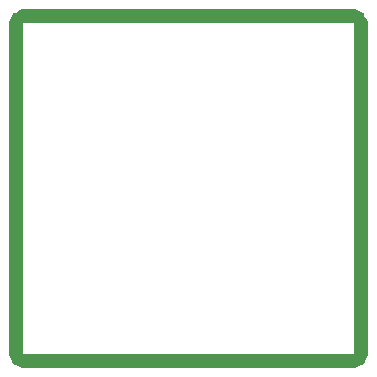
<source format=gm1>
G04*
G04 #@! TF.GenerationSoftware,Altium Limited,CircuitMaker,2.0.3 (2.0.3.51)*
G04*
G04 Layer_Color=16740166*
%FSLAX44Y44*%
%MOMM*%
G71*
G04*
G04 #@! TF.SameCoordinates,91AE8199-6935-4096-B88E-BAE3D630F751*
G04*
G04*
G04 #@! TF.FilePolarity,Positive*
G04*
G01*
G75*
%ADD56C,1.2000*%
D56*
X286000Y280000D02*
G03*
X280000Y286000I-6000J0D01*
G01*
X286000Y280000D02*
G03*
X280000Y286000I-6000J0D01*
G01*
Y-6000D02*
G03*
X286000Y0I0J6000D01*
G01*
X280000Y-6000D02*
G03*
X286000Y0I0J6000D01*
G01*
X0Y286000D02*
G03*
X-6000Y280000I0J-6000D01*
G01*
X0Y286000D02*
G03*
X-6000Y280000I0J-6000D01*
G01*
Y0D02*
G03*
X0Y-6000I6000J0D01*
G01*
X-6000Y0D02*
G03*
X0Y-6000I6000J0D01*
G01*
X286000Y0D02*
Y280000D01*
X0Y286000D02*
X280000D01*
X0Y-6000D02*
X280000D01*
X-6000Y0D02*
Y280000D01*
M02*

</source>
